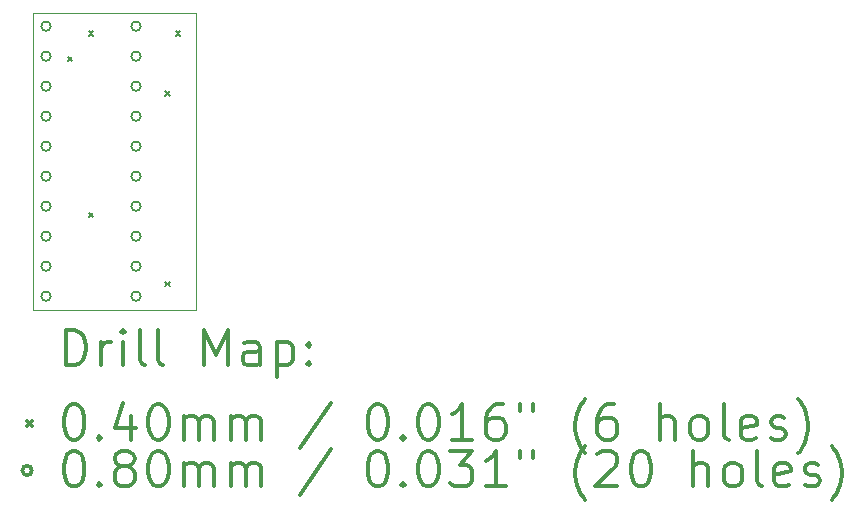
<source format=gbr>
%FSLAX45Y45*%
G04 Gerber Fmt 4.5, Leading zero omitted, Abs format (unit mm)*
G04 Created by KiCad (PCBNEW (5.1.5)-3) date 2020-06-23 05:42:00*
%MOMM*%
%LPD*%
G04 APERTURE LIST*
%TA.AperFunction,Profile*%
%ADD10C,0.120000*%
%TD*%
%ADD11C,0.200000*%
%ADD12C,0.300000*%
G04 APERTURE END LIST*
D10*
X11938000Y-9512300D02*
X11938000Y-6997700D01*
X10553700Y-9512300D02*
X11938000Y-9512300D01*
X10553700Y-6997700D02*
X10553700Y-9512300D01*
X11938000Y-6997700D02*
X10553700Y-6997700D01*
D11*
X10851200Y-7371400D02*
X10891200Y-7411400D01*
X10891200Y-7371400D02*
X10851200Y-7411400D01*
X11029000Y-7155500D02*
X11069000Y-7195500D01*
X11069000Y-7155500D02*
X11029000Y-7195500D01*
X11029000Y-8692200D02*
X11069000Y-8732200D01*
X11069000Y-8692200D02*
X11029000Y-8732200D01*
X11676700Y-7663500D02*
X11716700Y-7703500D01*
X11716700Y-7663500D02*
X11676700Y-7703500D01*
X11676700Y-9276400D02*
X11716700Y-9316400D01*
X11716700Y-9276400D02*
X11676700Y-9316400D01*
X11765600Y-7155500D02*
X11805600Y-7195500D01*
X11805600Y-7155500D02*
X11765600Y-7195500D01*
X10708000Y-7112000D02*
G75*
G03X10708000Y-7112000I-40000J0D01*
G01*
X10708000Y-7366000D02*
G75*
G03X10708000Y-7366000I-40000J0D01*
G01*
X10708000Y-7620000D02*
G75*
G03X10708000Y-7620000I-40000J0D01*
G01*
X10708000Y-7874000D02*
G75*
G03X10708000Y-7874000I-40000J0D01*
G01*
X10708000Y-8128000D02*
G75*
G03X10708000Y-8128000I-40000J0D01*
G01*
X10708000Y-8382000D02*
G75*
G03X10708000Y-8382000I-40000J0D01*
G01*
X10708000Y-8636000D02*
G75*
G03X10708000Y-8636000I-40000J0D01*
G01*
X10708000Y-8890000D02*
G75*
G03X10708000Y-8890000I-40000J0D01*
G01*
X10708000Y-9144000D02*
G75*
G03X10708000Y-9144000I-40000J0D01*
G01*
X10708000Y-9398000D02*
G75*
G03X10708000Y-9398000I-40000J0D01*
G01*
X11470000Y-7112000D02*
G75*
G03X11470000Y-7112000I-40000J0D01*
G01*
X11470000Y-7366000D02*
G75*
G03X11470000Y-7366000I-40000J0D01*
G01*
X11470000Y-7620000D02*
G75*
G03X11470000Y-7620000I-40000J0D01*
G01*
X11470000Y-7874000D02*
G75*
G03X11470000Y-7874000I-40000J0D01*
G01*
X11470000Y-8128000D02*
G75*
G03X11470000Y-8128000I-40000J0D01*
G01*
X11470000Y-8382000D02*
G75*
G03X11470000Y-8382000I-40000J0D01*
G01*
X11470000Y-8636000D02*
G75*
G03X11470000Y-8636000I-40000J0D01*
G01*
X11470000Y-8890000D02*
G75*
G03X11470000Y-8890000I-40000J0D01*
G01*
X11470000Y-9144000D02*
G75*
G03X11470000Y-9144000I-40000J0D01*
G01*
X11470000Y-9398000D02*
G75*
G03X11470000Y-9398000I-40000J0D01*
G01*
D12*
X10834128Y-9984014D02*
X10834128Y-9684014D01*
X10905557Y-9684014D01*
X10948414Y-9698300D01*
X10976986Y-9726872D01*
X10991271Y-9755443D01*
X11005557Y-9812586D01*
X11005557Y-9855443D01*
X10991271Y-9912586D01*
X10976986Y-9941157D01*
X10948414Y-9969729D01*
X10905557Y-9984014D01*
X10834128Y-9984014D01*
X11134128Y-9984014D02*
X11134128Y-9784014D01*
X11134128Y-9841157D02*
X11148414Y-9812586D01*
X11162700Y-9798300D01*
X11191271Y-9784014D01*
X11219843Y-9784014D01*
X11319843Y-9984014D02*
X11319843Y-9784014D01*
X11319843Y-9684014D02*
X11305557Y-9698300D01*
X11319843Y-9712586D01*
X11334128Y-9698300D01*
X11319843Y-9684014D01*
X11319843Y-9712586D01*
X11505557Y-9984014D02*
X11476986Y-9969729D01*
X11462700Y-9941157D01*
X11462700Y-9684014D01*
X11662700Y-9984014D02*
X11634128Y-9969729D01*
X11619843Y-9941157D01*
X11619843Y-9684014D01*
X12005557Y-9984014D02*
X12005557Y-9684014D01*
X12105557Y-9898300D01*
X12205557Y-9684014D01*
X12205557Y-9984014D01*
X12476986Y-9984014D02*
X12476986Y-9826872D01*
X12462700Y-9798300D01*
X12434128Y-9784014D01*
X12376986Y-9784014D01*
X12348414Y-9798300D01*
X12476986Y-9969729D02*
X12448414Y-9984014D01*
X12376986Y-9984014D01*
X12348414Y-9969729D01*
X12334128Y-9941157D01*
X12334128Y-9912586D01*
X12348414Y-9884014D01*
X12376986Y-9869729D01*
X12448414Y-9869729D01*
X12476986Y-9855443D01*
X12619843Y-9784014D02*
X12619843Y-10084014D01*
X12619843Y-9798300D02*
X12648414Y-9784014D01*
X12705557Y-9784014D01*
X12734128Y-9798300D01*
X12748414Y-9812586D01*
X12762700Y-9841157D01*
X12762700Y-9926872D01*
X12748414Y-9955443D01*
X12734128Y-9969729D01*
X12705557Y-9984014D01*
X12648414Y-9984014D01*
X12619843Y-9969729D01*
X12891271Y-9955443D02*
X12905557Y-9969729D01*
X12891271Y-9984014D01*
X12876986Y-9969729D01*
X12891271Y-9955443D01*
X12891271Y-9984014D01*
X12891271Y-9798300D02*
X12905557Y-9812586D01*
X12891271Y-9826872D01*
X12876986Y-9812586D01*
X12891271Y-9798300D01*
X12891271Y-9826872D01*
X10507700Y-10458300D02*
X10547700Y-10498300D01*
X10547700Y-10458300D02*
X10507700Y-10498300D01*
X10891271Y-10314014D02*
X10919843Y-10314014D01*
X10948414Y-10328300D01*
X10962700Y-10342586D01*
X10976986Y-10371157D01*
X10991271Y-10428300D01*
X10991271Y-10499729D01*
X10976986Y-10556872D01*
X10962700Y-10585443D01*
X10948414Y-10599729D01*
X10919843Y-10614014D01*
X10891271Y-10614014D01*
X10862700Y-10599729D01*
X10848414Y-10585443D01*
X10834128Y-10556872D01*
X10819843Y-10499729D01*
X10819843Y-10428300D01*
X10834128Y-10371157D01*
X10848414Y-10342586D01*
X10862700Y-10328300D01*
X10891271Y-10314014D01*
X11119843Y-10585443D02*
X11134128Y-10599729D01*
X11119843Y-10614014D01*
X11105557Y-10599729D01*
X11119843Y-10585443D01*
X11119843Y-10614014D01*
X11391271Y-10414014D02*
X11391271Y-10614014D01*
X11319843Y-10299729D02*
X11248414Y-10514014D01*
X11434128Y-10514014D01*
X11605557Y-10314014D02*
X11634128Y-10314014D01*
X11662700Y-10328300D01*
X11676986Y-10342586D01*
X11691271Y-10371157D01*
X11705557Y-10428300D01*
X11705557Y-10499729D01*
X11691271Y-10556872D01*
X11676986Y-10585443D01*
X11662700Y-10599729D01*
X11634128Y-10614014D01*
X11605557Y-10614014D01*
X11576986Y-10599729D01*
X11562700Y-10585443D01*
X11548414Y-10556872D01*
X11534128Y-10499729D01*
X11534128Y-10428300D01*
X11548414Y-10371157D01*
X11562700Y-10342586D01*
X11576986Y-10328300D01*
X11605557Y-10314014D01*
X11834128Y-10614014D02*
X11834128Y-10414014D01*
X11834128Y-10442586D02*
X11848414Y-10428300D01*
X11876986Y-10414014D01*
X11919843Y-10414014D01*
X11948414Y-10428300D01*
X11962700Y-10456872D01*
X11962700Y-10614014D01*
X11962700Y-10456872D02*
X11976986Y-10428300D01*
X12005557Y-10414014D01*
X12048414Y-10414014D01*
X12076986Y-10428300D01*
X12091271Y-10456872D01*
X12091271Y-10614014D01*
X12234128Y-10614014D02*
X12234128Y-10414014D01*
X12234128Y-10442586D02*
X12248414Y-10428300D01*
X12276986Y-10414014D01*
X12319843Y-10414014D01*
X12348414Y-10428300D01*
X12362700Y-10456872D01*
X12362700Y-10614014D01*
X12362700Y-10456872D02*
X12376986Y-10428300D01*
X12405557Y-10414014D01*
X12448414Y-10414014D01*
X12476986Y-10428300D01*
X12491271Y-10456872D01*
X12491271Y-10614014D01*
X13076986Y-10299729D02*
X12819843Y-10685443D01*
X13462700Y-10314014D02*
X13491271Y-10314014D01*
X13519843Y-10328300D01*
X13534128Y-10342586D01*
X13548414Y-10371157D01*
X13562700Y-10428300D01*
X13562700Y-10499729D01*
X13548414Y-10556872D01*
X13534128Y-10585443D01*
X13519843Y-10599729D01*
X13491271Y-10614014D01*
X13462700Y-10614014D01*
X13434128Y-10599729D01*
X13419843Y-10585443D01*
X13405557Y-10556872D01*
X13391271Y-10499729D01*
X13391271Y-10428300D01*
X13405557Y-10371157D01*
X13419843Y-10342586D01*
X13434128Y-10328300D01*
X13462700Y-10314014D01*
X13691271Y-10585443D02*
X13705557Y-10599729D01*
X13691271Y-10614014D01*
X13676986Y-10599729D01*
X13691271Y-10585443D01*
X13691271Y-10614014D01*
X13891271Y-10314014D02*
X13919843Y-10314014D01*
X13948414Y-10328300D01*
X13962700Y-10342586D01*
X13976986Y-10371157D01*
X13991271Y-10428300D01*
X13991271Y-10499729D01*
X13976986Y-10556872D01*
X13962700Y-10585443D01*
X13948414Y-10599729D01*
X13919843Y-10614014D01*
X13891271Y-10614014D01*
X13862700Y-10599729D01*
X13848414Y-10585443D01*
X13834128Y-10556872D01*
X13819843Y-10499729D01*
X13819843Y-10428300D01*
X13834128Y-10371157D01*
X13848414Y-10342586D01*
X13862700Y-10328300D01*
X13891271Y-10314014D01*
X14276986Y-10614014D02*
X14105557Y-10614014D01*
X14191271Y-10614014D02*
X14191271Y-10314014D01*
X14162700Y-10356872D01*
X14134128Y-10385443D01*
X14105557Y-10399729D01*
X14534128Y-10314014D02*
X14476986Y-10314014D01*
X14448414Y-10328300D01*
X14434128Y-10342586D01*
X14405557Y-10385443D01*
X14391271Y-10442586D01*
X14391271Y-10556872D01*
X14405557Y-10585443D01*
X14419843Y-10599729D01*
X14448414Y-10614014D01*
X14505557Y-10614014D01*
X14534128Y-10599729D01*
X14548414Y-10585443D01*
X14562700Y-10556872D01*
X14562700Y-10485443D01*
X14548414Y-10456872D01*
X14534128Y-10442586D01*
X14505557Y-10428300D01*
X14448414Y-10428300D01*
X14419843Y-10442586D01*
X14405557Y-10456872D01*
X14391271Y-10485443D01*
X14676986Y-10314014D02*
X14676986Y-10371157D01*
X14791271Y-10314014D02*
X14791271Y-10371157D01*
X15234128Y-10728300D02*
X15219843Y-10714014D01*
X15191271Y-10671157D01*
X15176986Y-10642586D01*
X15162700Y-10599729D01*
X15148414Y-10528300D01*
X15148414Y-10471157D01*
X15162700Y-10399729D01*
X15176986Y-10356872D01*
X15191271Y-10328300D01*
X15219843Y-10285443D01*
X15234128Y-10271157D01*
X15476986Y-10314014D02*
X15419843Y-10314014D01*
X15391271Y-10328300D01*
X15376986Y-10342586D01*
X15348414Y-10385443D01*
X15334128Y-10442586D01*
X15334128Y-10556872D01*
X15348414Y-10585443D01*
X15362700Y-10599729D01*
X15391271Y-10614014D01*
X15448414Y-10614014D01*
X15476986Y-10599729D01*
X15491271Y-10585443D01*
X15505557Y-10556872D01*
X15505557Y-10485443D01*
X15491271Y-10456872D01*
X15476986Y-10442586D01*
X15448414Y-10428300D01*
X15391271Y-10428300D01*
X15362700Y-10442586D01*
X15348414Y-10456872D01*
X15334128Y-10485443D01*
X15862700Y-10614014D02*
X15862700Y-10314014D01*
X15991271Y-10614014D02*
X15991271Y-10456872D01*
X15976986Y-10428300D01*
X15948414Y-10414014D01*
X15905557Y-10414014D01*
X15876986Y-10428300D01*
X15862700Y-10442586D01*
X16176986Y-10614014D02*
X16148414Y-10599729D01*
X16134128Y-10585443D01*
X16119843Y-10556872D01*
X16119843Y-10471157D01*
X16134128Y-10442586D01*
X16148414Y-10428300D01*
X16176986Y-10414014D01*
X16219843Y-10414014D01*
X16248414Y-10428300D01*
X16262700Y-10442586D01*
X16276986Y-10471157D01*
X16276986Y-10556872D01*
X16262700Y-10585443D01*
X16248414Y-10599729D01*
X16219843Y-10614014D01*
X16176986Y-10614014D01*
X16448414Y-10614014D02*
X16419843Y-10599729D01*
X16405557Y-10571157D01*
X16405557Y-10314014D01*
X16676986Y-10599729D02*
X16648414Y-10614014D01*
X16591271Y-10614014D01*
X16562700Y-10599729D01*
X16548414Y-10571157D01*
X16548414Y-10456872D01*
X16562700Y-10428300D01*
X16591271Y-10414014D01*
X16648414Y-10414014D01*
X16676986Y-10428300D01*
X16691271Y-10456872D01*
X16691271Y-10485443D01*
X16548414Y-10514014D01*
X16805557Y-10599729D02*
X16834128Y-10614014D01*
X16891271Y-10614014D01*
X16919843Y-10599729D01*
X16934128Y-10571157D01*
X16934128Y-10556872D01*
X16919843Y-10528300D01*
X16891271Y-10514014D01*
X16848414Y-10514014D01*
X16819843Y-10499729D01*
X16805557Y-10471157D01*
X16805557Y-10456872D01*
X16819843Y-10428300D01*
X16848414Y-10414014D01*
X16891271Y-10414014D01*
X16919843Y-10428300D01*
X17034128Y-10728300D02*
X17048414Y-10714014D01*
X17076986Y-10671157D01*
X17091271Y-10642586D01*
X17105557Y-10599729D01*
X17119843Y-10528300D01*
X17119843Y-10471157D01*
X17105557Y-10399729D01*
X17091271Y-10356872D01*
X17076986Y-10328300D01*
X17048414Y-10285443D01*
X17034128Y-10271157D01*
X10547700Y-10874300D02*
G75*
G03X10547700Y-10874300I-40000J0D01*
G01*
X10891271Y-10710014D02*
X10919843Y-10710014D01*
X10948414Y-10724300D01*
X10962700Y-10738586D01*
X10976986Y-10767157D01*
X10991271Y-10824300D01*
X10991271Y-10895729D01*
X10976986Y-10952872D01*
X10962700Y-10981443D01*
X10948414Y-10995729D01*
X10919843Y-11010014D01*
X10891271Y-11010014D01*
X10862700Y-10995729D01*
X10848414Y-10981443D01*
X10834128Y-10952872D01*
X10819843Y-10895729D01*
X10819843Y-10824300D01*
X10834128Y-10767157D01*
X10848414Y-10738586D01*
X10862700Y-10724300D01*
X10891271Y-10710014D01*
X11119843Y-10981443D02*
X11134128Y-10995729D01*
X11119843Y-11010014D01*
X11105557Y-10995729D01*
X11119843Y-10981443D01*
X11119843Y-11010014D01*
X11305557Y-10838586D02*
X11276986Y-10824300D01*
X11262700Y-10810014D01*
X11248414Y-10781443D01*
X11248414Y-10767157D01*
X11262700Y-10738586D01*
X11276986Y-10724300D01*
X11305557Y-10710014D01*
X11362700Y-10710014D01*
X11391271Y-10724300D01*
X11405557Y-10738586D01*
X11419843Y-10767157D01*
X11419843Y-10781443D01*
X11405557Y-10810014D01*
X11391271Y-10824300D01*
X11362700Y-10838586D01*
X11305557Y-10838586D01*
X11276986Y-10852872D01*
X11262700Y-10867157D01*
X11248414Y-10895729D01*
X11248414Y-10952872D01*
X11262700Y-10981443D01*
X11276986Y-10995729D01*
X11305557Y-11010014D01*
X11362700Y-11010014D01*
X11391271Y-10995729D01*
X11405557Y-10981443D01*
X11419843Y-10952872D01*
X11419843Y-10895729D01*
X11405557Y-10867157D01*
X11391271Y-10852872D01*
X11362700Y-10838586D01*
X11605557Y-10710014D02*
X11634128Y-10710014D01*
X11662700Y-10724300D01*
X11676986Y-10738586D01*
X11691271Y-10767157D01*
X11705557Y-10824300D01*
X11705557Y-10895729D01*
X11691271Y-10952872D01*
X11676986Y-10981443D01*
X11662700Y-10995729D01*
X11634128Y-11010014D01*
X11605557Y-11010014D01*
X11576986Y-10995729D01*
X11562700Y-10981443D01*
X11548414Y-10952872D01*
X11534128Y-10895729D01*
X11534128Y-10824300D01*
X11548414Y-10767157D01*
X11562700Y-10738586D01*
X11576986Y-10724300D01*
X11605557Y-10710014D01*
X11834128Y-11010014D02*
X11834128Y-10810014D01*
X11834128Y-10838586D02*
X11848414Y-10824300D01*
X11876986Y-10810014D01*
X11919843Y-10810014D01*
X11948414Y-10824300D01*
X11962700Y-10852872D01*
X11962700Y-11010014D01*
X11962700Y-10852872D02*
X11976986Y-10824300D01*
X12005557Y-10810014D01*
X12048414Y-10810014D01*
X12076986Y-10824300D01*
X12091271Y-10852872D01*
X12091271Y-11010014D01*
X12234128Y-11010014D02*
X12234128Y-10810014D01*
X12234128Y-10838586D02*
X12248414Y-10824300D01*
X12276986Y-10810014D01*
X12319843Y-10810014D01*
X12348414Y-10824300D01*
X12362700Y-10852872D01*
X12362700Y-11010014D01*
X12362700Y-10852872D02*
X12376986Y-10824300D01*
X12405557Y-10810014D01*
X12448414Y-10810014D01*
X12476986Y-10824300D01*
X12491271Y-10852872D01*
X12491271Y-11010014D01*
X13076986Y-10695729D02*
X12819843Y-11081443D01*
X13462700Y-10710014D02*
X13491271Y-10710014D01*
X13519843Y-10724300D01*
X13534128Y-10738586D01*
X13548414Y-10767157D01*
X13562700Y-10824300D01*
X13562700Y-10895729D01*
X13548414Y-10952872D01*
X13534128Y-10981443D01*
X13519843Y-10995729D01*
X13491271Y-11010014D01*
X13462700Y-11010014D01*
X13434128Y-10995729D01*
X13419843Y-10981443D01*
X13405557Y-10952872D01*
X13391271Y-10895729D01*
X13391271Y-10824300D01*
X13405557Y-10767157D01*
X13419843Y-10738586D01*
X13434128Y-10724300D01*
X13462700Y-10710014D01*
X13691271Y-10981443D02*
X13705557Y-10995729D01*
X13691271Y-11010014D01*
X13676986Y-10995729D01*
X13691271Y-10981443D01*
X13691271Y-11010014D01*
X13891271Y-10710014D02*
X13919843Y-10710014D01*
X13948414Y-10724300D01*
X13962700Y-10738586D01*
X13976986Y-10767157D01*
X13991271Y-10824300D01*
X13991271Y-10895729D01*
X13976986Y-10952872D01*
X13962700Y-10981443D01*
X13948414Y-10995729D01*
X13919843Y-11010014D01*
X13891271Y-11010014D01*
X13862700Y-10995729D01*
X13848414Y-10981443D01*
X13834128Y-10952872D01*
X13819843Y-10895729D01*
X13819843Y-10824300D01*
X13834128Y-10767157D01*
X13848414Y-10738586D01*
X13862700Y-10724300D01*
X13891271Y-10710014D01*
X14091271Y-10710014D02*
X14276986Y-10710014D01*
X14176986Y-10824300D01*
X14219843Y-10824300D01*
X14248414Y-10838586D01*
X14262700Y-10852872D01*
X14276986Y-10881443D01*
X14276986Y-10952872D01*
X14262700Y-10981443D01*
X14248414Y-10995729D01*
X14219843Y-11010014D01*
X14134128Y-11010014D01*
X14105557Y-10995729D01*
X14091271Y-10981443D01*
X14562700Y-11010014D02*
X14391271Y-11010014D01*
X14476986Y-11010014D02*
X14476986Y-10710014D01*
X14448414Y-10752872D01*
X14419843Y-10781443D01*
X14391271Y-10795729D01*
X14676986Y-10710014D02*
X14676986Y-10767157D01*
X14791271Y-10710014D02*
X14791271Y-10767157D01*
X15234128Y-11124300D02*
X15219843Y-11110014D01*
X15191271Y-11067157D01*
X15176986Y-11038586D01*
X15162700Y-10995729D01*
X15148414Y-10924300D01*
X15148414Y-10867157D01*
X15162700Y-10795729D01*
X15176986Y-10752872D01*
X15191271Y-10724300D01*
X15219843Y-10681443D01*
X15234128Y-10667157D01*
X15334128Y-10738586D02*
X15348414Y-10724300D01*
X15376986Y-10710014D01*
X15448414Y-10710014D01*
X15476986Y-10724300D01*
X15491271Y-10738586D01*
X15505557Y-10767157D01*
X15505557Y-10795729D01*
X15491271Y-10838586D01*
X15319843Y-11010014D01*
X15505557Y-11010014D01*
X15691271Y-10710014D02*
X15719843Y-10710014D01*
X15748414Y-10724300D01*
X15762700Y-10738586D01*
X15776986Y-10767157D01*
X15791271Y-10824300D01*
X15791271Y-10895729D01*
X15776986Y-10952872D01*
X15762700Y-10981443D01*
X15748414Y-10995729D01*
X15719843Y-11010014D01*
X15691271Y-11010014D01*
X15662700Y-10995729D01*
X15648414Y-10981443D01*
X15634128Y-10952872D01*
X15619843Y-10895729D01*
X15619843Y-10824300D01*
X15634128Y-10767157D01*
X15648414Y-10738586D01*
X15662700Y-10724300D01*
X15691271Y-10710014D01*
X16148414Y-11010014D02*
X16148414Y-10710014D01*
X16276986Y-11010014D02*
X16276986Y-10852872D01*
X16262700Y-10824300D01*
X16234128Y-10810014D01*
X16191271Y-10810014D01*
X16162700Y-10824300D01*
X16148414Y-10838586D01*
X16462700Y-11010014D02*
X16434128Y-10995729D01*
X16419843Y-10981443D01*
X16405557Y-10952872D01*
X16405557Y-10867157D01*
X16419843Y-10838586D01*
X16434128Y-10824300D01*
X16462700Y-10810014D01*
X16505557Y-10810014D01*
X16534128Y-10824300D01*
X16548414Y-10838586D01*
X16562700Y-10867157D01*
X16562700Y-10952872D01*
X16548414Y-10981443D01*
X16534128Y-10995729D01*
X16505557Y-11010014D01*
X16462700Y-11010014D01*
X16734128Y-11010014D02*
X16705557Y-10995729D01*
X16691271Y-10967157D01*
X16691271Y-10710014D01*
X16962700Y-10995729D02*
X16934128Y-11010014D01*
X16876986Y-11010014D01*
X16848414Y-10995729D01*
X16834128Y-10967157D01*
X16834128Y-10852872D01*
X16848414Y-10824300D01*
X16876986Y-10810014D01*
X16934128Y-10810014D01*
X16962700Y-10824300D01*
X16976986Y-10852872D01*
X16976986Y-10881443D01*
X16834128Y-10910014D01*
X17091271Y-10995729D02*
X17119843Y-11010014D01*
X17176986Y-11010014D01*
X17205557Y-10995729D01*
X17219843Y-10967157D01*
X17219843Y-10952872D01*
X17205557Y-10924300D01*
X17176986Y-10910014D01*
X17134128Y-10910014D01*
X17105557Y-10895729D01*
X17091271Y-10867157D01*
X17091271Y-10852872D01*
X17105557Y-10824300D01*
X17134128Y-10810014D01*
X17176986Y-10810014D01*
X17205557Y-10824300D01*
X17319843Y-11124300D02*
X17334128Y-11110014D01*
X17362700Y-11067157D01*
X17376986Y-11038586D01*
X17391271Y-10995729D01*
X17405557Y-10924300D01*
X17405557Y-10867157D01*
X17391271Y-10795729D01*
X17376986Y-10752872D01*
X17362700Y-10724300D01*
X17334128Y-10681443D01*
X17319843Y-10667157D01*
M02*

</source>
